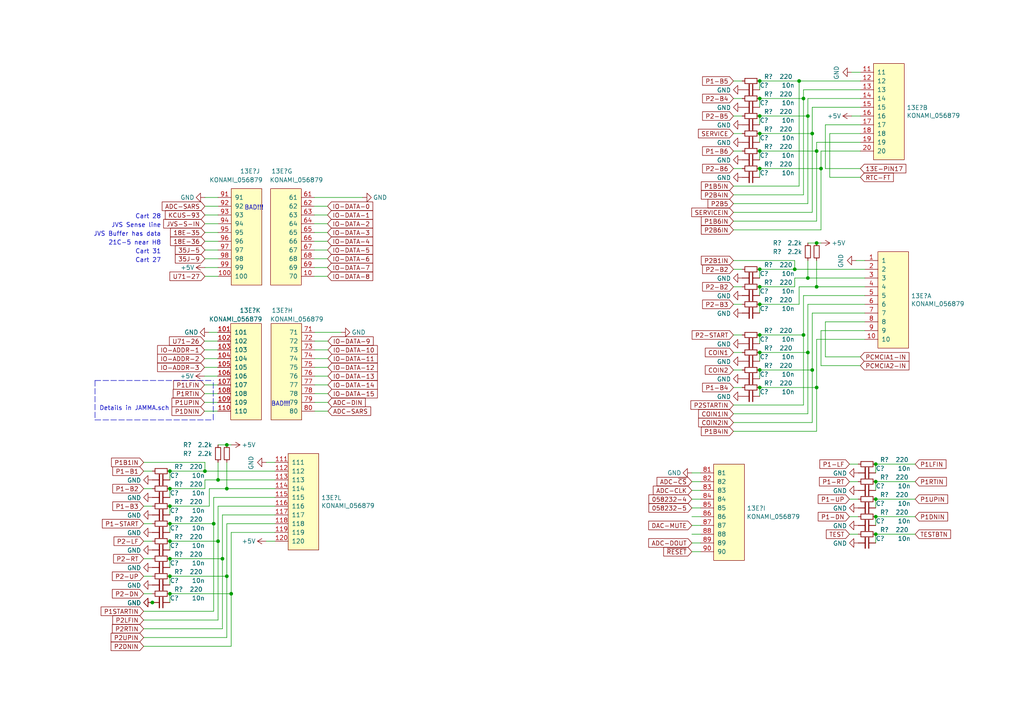
<source format=kicad_sch>
(kicad_sch (version 20211123) (generator eeschema)
  (paper "A4")
  (lib_symbols
    (symbol "Arcade:KONAMI_056879" (pin_names (offset 1.016))
      (property "Reference" "U" (at 0 0 0))
      (property "Value" "KONAMI_056879" (at 0 0 0))
      (symbol "KONAMI_056879_1_1"
        (pin input line (at -8.89 27.94 0) (length 3.81) (name "1") (number "1"))
        (pin input line (at -8.89 5.08 0) (length 3.81) (name "10") (number "10"))
        (pin input line (at -8.89 25.4 0) (length 3.81) (name "2") (number "2"))
        (pin input line (at -8.89 22.86 0) (length 3.81) (name "3") (number "3"))
        (pin input line (at -8.89 20.32 0) (length 3.81) (name "4") (number "4"))
        (pin input line (at -8.89 17.78 0) (length 3.81) (name "5") (number "5"))
        (pin input line (at -8.89 15.24 0) (length 3.81) (name "6") (number "6"))
        (pin input line (at -8.89 12.7 0) (length 3.81) (name "7") (number "7"))
        (pin input line (at -8.89 10.16 0) (length 3.81) (name "8") (number "8"))
        (pin input line (at -8.89 7.62 0) (length 3.81) (name "9") (number "9"))
      )
      (symbol "KONAMI_056879_2_1"
        (pin input line (at -8.89 27.94 0) (length 3.81) (name "11") (number "11"))
        (pin input line (at -8.89 25.4 0) (length 3.81) (name "12") (number "12"))
        (pin input line (at -8.89 22.86 0) (length 3.81) (name "13") (number "13"))
        (pin input line (at -8.89 20.32 0) (length 3.81) (name "14") (number "14"))
        (pin input line (at -8.89 17.78 0) (length 3.81) (name "15") (number "15"))
        (pin input line (at -8.89 15.24 0) (length 3.81) (name "16") (number "16"))
        (pin input line (at -8.89 12.7 0) (length 3.81) (name "17") (number "17"))
        (pin input line (at -8.89 10.16 0) (length 3.81) (name "18") (number "18"))
        (pin input line (at -8.89 7.62 0) (length 3.81) (name "19") (number "19"))
        (pin input line (at -8.89 5.08 0) (length 3.81) (name "20") (number "20"))
      )
      (symbol "KONAMI_056879_3_1"
        (pin input line (at -8.89 27.94 0) (length 3.81) (name "21") (number "21"))
        (pin input line (at -8.89 25.4 0) (length 3.81) (name "22") (number "22"))
        (pin input line (at -8.89 22.86 0) (length 3.81) (name "23") (number "23"))
        (pin input line (at -8.89 20.32 0) (length 3.81) (name "24") (number "24"))
        (pin input line (at -8.89 17.78 0) (length 3.81) (name "25") (number "25"))
        (pin input line (at -8.89 15.24 0) (length 3.81) (name "26") (number "26"))
        (pin input line (at -8.89 12.7 0) (length 3.81) (name "27") (number "27"))
        (pin input line (at -8.89 10.16 0) (length 3.81) (name "28") (number "28"))
        (pin input line (at -8.89 7.62 0) (length 3.81) (name "29") (number "29"))
        (pin input line (at -8.89 5.08 0) (length 3.81) (name "30") (number "30"))
      )
      (symbol "KONAMI_056879_4_1"
        (pin input line (at -8.89 27.94 0) (length 3.81) (name "31") (number "31"))
        (pin input line (at -8.89 25.4 0) (length 3.81) (name "32") (number "32"))
        (pin input line (at -8.89 22.86 0) (length 3.81) (name "33") (number "33"))
        (pin input line (at -8.89 20.32 0) (length 3.81) (name "34") (number "34"))
        (pin input line (at -8.89 17.78 0) (length 3.81) (name "35") (number "35"))
        (pin input line (at -8.89 15.24 0) (length 3.81) (name "36") (number "36"))
        (pin input line (at -8.89 12.7 0) (length 3.81) (name "37") (number "37"))
        (pin input line (at -8.89 10.16 0) (length 3.81) (name "38") (number "38"))
        (pin input line (at -8.89 7.62 0) (length 3.81) (name "39") (number "39"))
        (pin input line (at -8.89 5.08 0) (length 3.81) (name "40") (number "40"))
      )
      (symbol "KONAMI_056879_5_1"
        (pin input line (at -8.89 27.94 0) (length 3.81) (name "41") (number "41"))
        (pin input line (at -8.89 25.4 0) (length 3.81) (name "42") (number "42"))
        (pin input line (at -8.89 22.86 0) (length 3.81) (name "43") (number "43"))
        (pin input line (at -8.89 20.32 0) (length 3.81) (name "44") (number "44"))
        (pin input line (at -8.89 17.78 0) (length 3.81) (name "45") (number "45"))
        (pin input line (at -8.89 15.24 0) (length 3.81) (name "46") (number "46"))
        (pin input line (at -8.89 12.7 0) (length 3.81) (name "47") (number "47"))
        (pin input line (at -8.89 10.16 0) (length 3.81) (name "48") (number "48"))
        (pin input line (at -8.89 7.62 0) (length 3.81) (name "49") (number "49"))
        (pin input line (at -8.89 5.08 0) (length 3.81) (name "50") (number "50"))
      )
      (symbol "KONAMI_056879_6_1"
        (pin input line (at -8.89 27.94 0) (length 3.81) (name "51") (number "51"))
        (pin input line (at -8.89 25.4 0) (length 3.81) (name "52") (number "52"))
        (pin input line (at -8.89 22.86 0) (length 3.81) (name "53") (number "53"))
        (pin input line (at -8.89 20.32 0) (length 3.81) (name "54") (number "54"))
        (pin input line (at -8.89 17.78 0) (length 3.81) (name "55") (number "55"))
        (pin input line (at -8.89 15.24 0) (length 3.81) (name "56") (number "56"))
        (pin input line (at -8.89 12.7 0) (length 3.81) (name "57") (number "57"))
        (pin input line (at -8.89 10.16 0) (length 3.81) (name "58") (number "58"))
        (pin input line (at -8.89 7.62 0) (length 3.81) (name "59") (number "59"))
        (pin input line (at -8.89 5.08 0) (length 3.81) (name "60") (number "60"))
      )
      (symbol "KONAMI_056879_7_1"
        (pin input line (at -8.89 5.08 0) (length 3.81) (name "70") (number "10"))
        (pin input line (at -8.89 27.94 0) (length 3.81) (name "61") (number "61"))
        (pin input line (at -8.89 25.4 0) (length 3.81) (name "62") (number "62"))
        (pin input line (at -8.89 22.86 0) (length 3.81) (name "63") (number "63"))
        (pin input line (at -8.89 20.32 0) (length 3.81) (name "64") (number "64"))
        (pin input line (at -8.89 17.78 0) (length 3.81) (name "65") (number "65"))
        (pin input line (at -8.89 15.24 0) (length 3.81) (name "66") (number "66"))
        (pin input line (at -8.89 12.7 0) (length 3.81) (name "67") (number "67"))
        (pin input line (at -8.89 10.16 0) (length 3.81) (name "68") (number "68"))
        (pin input line (at -8.89 7.62 0) (length 3.81) (name "69") (number "69"))
      )
      (symbol "KONAMI_056879_8_1"
        (pin input line (at -8.89 27.94 0) (length 3.81) (name "71") (number "71"))
        (pin input line (at -8.89 25.4 0) (length 3.81) (name "72") (number "72"))
        (pin input line (at -8.89 22.86 0) (length 3.81) (name "73") (number "73"))
        (pin input line (at -8.89 20.32 0) (length 3.81) (name "74") (number "74"))
        (pin input line (at -8.89 17.78 0) (length 3.81) (name "75") (number "75"))
        (pin input line (at -8.89 15.24 0) (length 3.81) (name "76") (number "76"))
        (pin input line (at -8.89 12.7 0) (length 3.81) (name "77") (number "77"))
        (pin input line (at -8.89 10.16 0) (length 3.81) (name "78") (number "78"))
        (pin input line (at -8.89 7.62 0) (length 3.81) (name "79") (number "79"))
        (pin input line (at -8.89 5.08 0) (length 3.81) (name "80") (number "80"))
      )
      (symbol "KONAMI_056879_9_1"
        (pin input line (at -8.89 27.94 0) (length 3.81) (name "81") (number "81"))
        (pin input line (at -8.89 25.4 0) (length 3.81) (name "82") (number "82"))
        (pin input line (at -8.89 22.86 0) (length 3.81) (name "83") (number "83"))
        (pin input line (at -8.89 20.32 0) (length 3.81) (name "84") (number "84"))
        (pin input line (at -8.89 17.78 0) (length 3.81) (name "85") (number "85"))
        (pin input line (at -8.89 15.24 0) (length 3.81) (name "86") (number "86"))
        (pin input line (at -8.89 12.7 0) (length 3.81) (name "87") (number "87"))
        (pin input line (at -8.89 10.16 0) (length 3.81) (name "88") (number "88"))
        (pin input line (at -8.89 7.62 0) (length 3.81) (name "89") (number "89"))
        (pin input line (at -8.89 5.08 0) (length 3.81) (name "90") (number "90"))
      )
      (symbol "KONAMI_056879_10_1"
        (pin input line (at -8.89 5.08 0) (length 3.81) (name "100") (number "100"))
        (pin input line (at -8.89 27.94 0) (length 3.81) (name "91") (number "91"))
        (pin input line (at -8.89 25.4 0) (length 3.81) (name "92") (number "92"))
        (pin input line (at -8.89 22.86 0) (length 3.81) (name "93") (number "93"))
        (pin input line (at -8.89 20.32 0) (length 3.81) (name "94") (number "94"))
        (pin input line (at -8.89 17.78 0) (length 3.81) (name "95") (number "95"))
        (pin input line (at -8.89 15.24 0) (length 3.81) (name "96") (number "96"))
        (pin input line (at -8.89 12.7 0) (length 3.81) (name "97") (number "97"))
        (pin input line (at -8.89 10.16 0) (length 3.81) (name "98") (number "98"))
        (pin input line (at -8.89 7.62 0) (length 3.81) (name "99") (number "99"))
      )
      (symbol "KONAMI_056879_11_1"
        (pin input line (at -8.89 27.94 0) (length 3.81) (name "101") (number "101"))
        (pin input line (at -8.89 25.4 0) (length 3.81) (name "102") (number "102"))
        (pin input line (at -8.89 22.86 0) (length 3.81) (name "103") (number "103"))
        (pin input line (at -8.89 20.32 0) (length 3.81) (name "104") (number "104"))
        (pin input line (at -8.89 17.78 0) (length 3.81) (name "105") (number "105"))
        (pin input line (at -8.89 15.24 0) (length 3.81) (name "106") (number "106"))
        (pin input line (at -8.89 12.7 0) (length 3.81) (name "107") (number "107"))
        (pin input line (at -8.89 10.16 0) (length 3.81) (name "108") (number "108"))
        (pin input line (at -8.89 7.62 0) (length 3.81) (name "109") (number "109"))
        (pin input line (at -8.89 5.08 0) (length 3.81) (name "110") (number "110"))
      )
      (symbol "KONAMI_056879_12_1"
        (pin input line (at -8.89 27.94 0) (length 3.81) (name "111") (number "111"))
        (pin input line (at -8.89 25.4 0) (length 3.81) (name "112") (number "112"))
        (pin input line (at -8.89 22.86 0) (length 3.81) (name "113") (number "113"))
        (pin input line (at -8.89 20.32 0) (length 3.81) (name "114") (number "114"))
        (pin input line (at -8.89 17.78 0) (length 3.81) (name "115") (number "115"))
        (pin input line (at -8.89 15.24 0) (length 3.81) (name "116") (number "116"))
        (pin input line (at -8.89 12.7 0) (length 3.81) (name "117") (number "117"))
        (pin input line (at -8.89 10.16 0) (length 3.81) (name "118") (number "118"))
        (pin input line (at -8.89 7.62 0) (length 3.81) (name "119") (number "119"))
        (pin input line (at -8.89 5.08 0) (length 3.81) (name "120") (number "120"))
      )
    )
    (symbol "Device:C_Small" (pin_numbers hide) (pin_names (offset 0.254) hide)
      (property "Reference" "C" (at 0.254 1.778 0))
      (property "Value" "C_Small" (at 0.254 -2.032 0))
      (symbol "C_Small_1_1"
        (pin passive line (at 0 2.54 270) (length 2.032) (name "~") (number "1"))
        (pin passive line (at 0 -2.54 90) (length 2.032) (name "~") (number "2"))
      )
    )
    (symbol "Device:R_Small" (pin_numbers hide) (pin_names (offset 0.254) hide)
      (property "Reference" "R" (at 0.762 0.508 0))
      (property "Value" "R_Small" (at 0.762 -1.016 0))
      (symbol "R_Small_1_1"
        (pin passive line (at 0 2.54 270) (length 0.762) (name "~") (number "1"))
        (pin passive line (at 0 -2.54 90) (length 0.762) (name "~") (number "2"))
      )
    )
    (symbol "power:+5V" (power) (pin_names (offset 0))
      (property "Value" "+5V" (at 0 3.556 0))
      (symbol "+5V_1_1"
        (pin power_in line (at 0 0 90) (length 0) hide (name "+5V") (number "1"))
      )
    )
    (symbol "power:GND" (power) (pin_names (offset 0))
      (property "Value" "GND" (at 0 -3.81 0))
      (symbol "GND_1_1"
        (pin power_in line (at 0 0 270) (length 0) hide (name "GND") (number "1"))
      )
    )
  )
  (junction (at 220.345 23.495))
  (junction (at 220.345 97.155))
  (junction (at 220.345 48.895))
  (junction (at 220.345 38.735))
  (junction (at 254 149.86))
  (junction (at 236.855 43.815))
  (junction (at 44.196 174.752))
  (junction (at 49.276 156.972))
  (junction (at 235.585 107.315))
  (junction (at 236.855 112.395))
  (junction (at 63.246 156.972))
  (junction (at 49.276 151.892))
  (junction (at 233.045 28.575))
  (junction (at 238.125 48.895))
  (junction (at 234.315 80.645))
  (junction (at 220.345 83.185))
  (junction (at 231.775 23.495))
  (junction (at 65.786 141.732))
  (junction (at 220.345 88.265))
  (junction (at 67.056 172.212))
  (junction (at 49.276 167.132))
  (junction (at 59.436 136.652))
  (junction (at 64.516 162.052))
  (junction (at 235.585 38.735))
  (junction (at 254 154.94))
  (junction (at 61.976 151.892))
  (junction (at 49.276 172.212))
  (junction (at 220.345 78.105))
  (junction (at 220.345 28.575))
  (junction (at 49.276 146.812))
  (junction (at 254 134.62))
  (junction (at 220.345 112.395))
  (junction (at 236.855 83.185))
  (junction (at 220.345 43.815))
  (junction (at 63.246 139.192))
  (junction (at 49.276 141.732))
  (junction (at 233.045 97.155))
  (junction (at 65.786 129.032))
  (junction (at 230.505 78.105))
  (junction (at 49.276 162.052))
  (junction (at 254 144.78))
  (junction (at 236.855 70.485))
  (junction (at 254 139.7))
  (junction (at 234.315 102.235))
  (junction (at 220.345 33.655))
  (junction (at 234.315 33.655))
  (junction (at 49.276 136.652))
  (junction (at 220.345 107.315))
  (junction (at 65.786 167.132))
  (junction (at 220.345 102.235))
  (wire (pts (xy 59.309 114.173) (xy 63.119 114.173)))
  (wire (pts (xy 200.66 160.02) (xy 203.2 160.02)))
  (wire (pts (xy 203.2 157.48) (xy 200.66 157.48)))
  (wire (pts (xy 234.315 80.645) (xy 234.315 75.565)))
  (wire (pts (xy 233.045 97.155) (xy 233.045 117.475)))
  (wire (pts (xy 233.045 56.515) (xy 233.045 28.575)))
  (wire (pts (xy 236.855 75.565) (xy 236.855 83.185)))
  (wire (pts (xy 59.309 106.553) (xy 63.119 106.553)))
  (wire (pts (xy 91.186 59.817) (xy 94.996 59.817)))
  (wire (pts (xy 249.555 38.735) (xy 240.665 38.735)))
  (wire (pts (xy 239.395 36.195) (xy 239.395 48.895)))
  (wire (pts (xy 220.345 97.155) (xy 220.345 99.695)))
  (wire (pts (xy 234.315 80.645) (xy 230.505 80.645)))
  (wire (pts (xy 65.786 129.032) (xy 63.246 129.032)))
  (wire (pts (xy 220.345 102.235) (xy 234.315 102.235)))
  (wire (pts (xy 254 154.94) (xy 265.43 154.94)))
  (wire (pts (xy 254 149.86) (xy 254 152.4)))
  (wire (pts (xy 220.345 23.495) (xy 231.775 23.495)))
  (wire (pts (xy 59.309 116.713) (xy 63.119 116.713)))
  (wire (pts (xy 67.056 172.212) (xy 67.056 187.452)))
  (wire (pts (xy 203.2 142.24) (xy 200.66 142.24)))
  (wire (pts (xy 239.395 103.505) (xy 249.555 103.505)))
  (wire (pts (xy 212.725 75.565) (xy 230.505 75.565)))
  (wire (pts (xy 249.555 31.115) (xy 235.585 31.115)))
  (wire (pts (xy 200.66 154.94) (xy 203.2 154.94)))
  (wire (pts (xy 235.585 31.115) (xy 235.585 38.735)))
  (wire (pts (xy 59.436 139.192) (xy 59.436 141.732)))
  (wire (pts (xy 49.276 167.132) (xy 49.276 169.672)))
  (wire (pts (xy 49.276 172.212) (xy 67.056 172.212)))
  (wire (pts (xy 91.186 80.137) (xy 94.996 80.137)))
  (wire (pts (xy 220.345 48.895) (xy 220.345 51.435)))
  (wire (pts (xy 220.345 107.315) (xy 220.345 109.855)))
  (wire (pts (xy 59.436 136.652) (xy 79.756 136.652)))
  (wire (pts (xy 236.855 83.185) (xy 231.775 83.185)))
  (wire (pts (xy 220.345 48.895) (xy 238.125 48.895)))
  (wire (pts (xy 65.786 134.112) (xy 65.786 141.732)))
  (wire (pts (xy 65.786 151.892) (xy 65.786 167.132)))
  (wire (pts (xy 59.309 111.633) (xy 63.119 111.633)))
  (wire (pts (xy 248.92 154.94) (xy 246.38 154.94)))
  (wire (pts (xy 91.313 119.253) (xy 95.123 119.253)))
  (wire (pts (xy 49.276 162.052) (xy 49.276 164.592)))
  (wire (pts (xy 59.436 62.357) (xy 63.246 62.357)))
  (wire (pts (xy 249.555 36.195) (xy 239.395 36.195)))
  (wire (pts (xy 91.313 98.933) (xy 95.123 98.933)))
  (wire (pts (xy 59.436 75.057) (xy 63.246 75.057)))
  (wire (pts (xy 220.345 26.035) (xy 220.345 23.495)))
  (wire (pts (xy 231.775 53.975) (xy 231.775 23.495)))
  (wire (pts (xy 64.516 149.352) (xy 79.756 149.352)))
  (wire (pts (xy 41.656 182.372) (xy 64.516 182.372)))
  (wire (pts (xy 249.555 41.275) (xy 236.855 41.275)))
  (wire (pts (xy 63.246 146.812) (xy 79.756 146.812)))
  (wire (pts (xy 254 139.7) (xy 254 142.24)))
  (wire (pts (xy 41.656 187.452) (xy 67.056 187.452)))
  (wire (pts (xy 44.196 141.732) (xy 41.656 141.732)))
  (wire (pts (xy 234.315 59.055) (xy 234.315 33.655)))
  (wire (pts (xy 233.045 28.575) (xy 233.045 26.035)))
  (wire (pts (xy 235.585 61.595) (xy 235.585 38.735)))
  (wire (pts (xy 59.309 101.473) (xy 63.119 101.473)))
  (wire (pts (xy 59.436 134.112) (xy 59.436 136.652)))
  (wire (pts (xy 239.395 93.345) (xy 250.825 93.345)))
  (wire (pts (xy 77.216 156.972) (xy 79.756 156.972)))
  (wire (pts (xy 59.309 119.253) (xy 63.119 119.253)))
  (wire (pts (xy 63.246 139.192) (xy 59.436 139.192)))
  (wire (pts (xy 200.66 149.86) (xy 203.2 149.86)))
  (wire (pts (xy 49.276 167.132) (xy 65.786 167.132)))
  (wire (pts (xy 91.186 57.277) (xy 105.156 57.277)))
  (wire (pts (xy 250.825 98.425) (xy 236.855 98.425)))
  (wire (pts (xy 91.313 109.093) (xy 95.123 109.093)))
  (wire (pts (xy 44.196 151.892) (xy 41.656 151.892)))
  (wire (pts (xy 220.345 43.815) (xy 236.855 43.815)))
  (wire (pts (xy 215.265 43.815) (xy 212.725 43.815)))
  (polyline (pts (xy 27.559 121.793) (xy 61.849 121.793)))
  (wire (pts (xy 212.725 53.975) (xy 231.775 53.975)))
  (wire (pts (xy 220.345 28.575) (xy 220.345 31.115)))
  (wire (pts (xy 64.516 149.352) (xy 64.516 162.052)))
  (wire (pts (xy 212.725 120.015) (xy 234.315 120.015)))
  (wire (pts (xy 44.196 156.972) (xy 41.656 156.972)))
  (wire (pts (xy 236.855 112.395) (xy 236.855 98.425)))
  (wire (pts (xy 91.313 116.713) (xy 95.123 116.713)))
  (wire (pts (xy 44.196 136.652) (xy 41.656 136.652)))
  (wire (pts (xy 233.045 117.475) (xy 212.725 117.475)))
  (wire (pts (xy 91.313 96.393) (xy 98.933 96.393)))
  (wire (pts (xy 59.436 59.817) (xy 63.246 59.817)))
  (wire (pts (xy 215.265 48.895) (xy 212.725 48.895)))
  (polyline (pts (xy 61.849 121.793) (xy 61.849 110.363)))
  (wire (pts (xy 91.186 67.437) (xy 94.996 67.437)))
  (wire (pts (xy 233.045 85.725) (xy 250.825 85.725)))
  (wire (pts (xy 215.265 33.655) (xy 212.725 33.655)))
  (wire (pts (xy 238.125 106.045) (xy 238.125 95.885)))
  (wire (pts (xy 212.725 64.135) (xy 236.855 64.135)))
  (wire (pts (xy 60.706 146.812) (xy 49.276 146.812)))
  (wire (pts (xy 59.436 69.977) (xy 63.246 69.977)))
  (wire (pts (xy 49.276 162.052) (xy 64.516 162.052)))
  (wire (pts (xy 212.725 125.095) (xy 236.855 125.095)))
  (wire (pts (xy 238.125 43.815) (xy 249.555 43.815)))
  (wire (pts (xy 59.436 141.732) (xy 49.276 141.732)))
  (wire (pts (xy 44.196 172.212) (xy 41.656 172.212)))
  (wire (pts (xy 230.505 83.185) (xy 220.345 83.185)))
  (wire (pts (xy 61.976 151.892) (xy 61.976 177.292)))
  (wire (pts (xy 91.313 101.473) (xy 95.123 101.473)))
  (wire (pts (xy 61.976 151.892) (xy 49.276 151.892)))
  (wire (pts (xy 65.786 141.732) (xy 79.756 141.732)))
  (wire (pts (xy 59.309 98.933) (xy 63.119 98.933)))
  (wire (pts (xy 41.656 179.832) (xy 63.246 179.832)))
  (wire (pts (xy 215.265 112.395) (xy 212.725 112.395)))
  (wire (pts (xy 215.265 78.105) (xy 212.725 78.105)))
  (wire (pts (xy 254 137.16) (xy 254 134.62)))
  (wire (pts (xy 212.725 59.055) (xy 234.315 59.055)))
  (wire (pts (xy 230.505 80.645) (xy 230.505 83.185)))
  (wire (pts (xy 215.265 28.575) (xy 212.725 28.575)))
  (wire (pts (xy 59.309 109.093) (xy 63.119 109.093)))
  (wire (pts (xy 67.056 129.032) (xy 65.786 129.032)))
  (wire (pts (xy 212.725 61.595) (xy 235.585 61.595)))
  (wire (pts (xy 254 157.48) (xy 254 154.94)))
  (wire (pts (xy 234.315 28.575) (xy 249.555 28.575)))
  (wire (pts (xy 215.265 107.315) (xy 212.725 107.315)))
  (wire (pts (xy 233.045 26.035) (xy 249.555 26.035)))
  (wire (pts (xy 91.186 64.897) (xy 94.996 64.897)))
  (wire (pts (xy 49.276 141.732) (xy 49.276 144.272)))
  (wire (pts (xy 254 144.78) (xy 254 147.32)))
  (wire (pts (xy 49.276 172.212) (xy 49.276 174.752)))
  (wire (pts (xy 239.395 93.345) (xy 239.395 103.505)))
  (wire (pts (xy 220.345 28.575) (xy 233.045 28.575)))
  (wire (pts (xy 220.345 83.185) (xy 220.345 85.725)))
  (wire (pts (xy 215.265 88.265) (xy 212.725 88.265)))
  (polyline (pts (xy 27.559 110.363) (xy 27.559 121.793)))
  (wire (pts (xy 220.345 38.735) (xy 220.345 41.275)))
  (wire (pts (xy 254 139.7) (xy 265.43 139.7)))
  (wire (pts (xy 49.276 136.652) (xy 59.436 136.652)))
  (wire (pts (xy 234.315 102.235) (xy 234.315 120.015)))
  (wire (pts (xy 200.66 139.7) (xy 203.2 139.7)))
  (wire (pts (xy 65.786 167.132) (xy 65.786 184.912)))
  (wire (pts (xy 236.855 41.275) (xy 236.855 43.815)))
  (wire (pts (xy 238.125 95.885) (xy 250.825 95.885)))
  (wire (pts (xy 220.345 33.655) (xy 234.315 33.655)))
  (wire (pts (xy 49.276 151.892) (xy 49.276 154.432)))
  (wire (pts (xy 65.786 151.892) (xy 79.756 151.892)))
  (wire (pts (xy 240.665 51.435) (xy 249.555 51.435)))
  (wire (pts (xy 61.976 144.272) (xy 61.976 151.892)))
  (wire (pts (xy 91.313 104.013) (xy 95.123 104.013)))
  (wire (pts (xy 220.345 107.315) (xy 235.585 107.315)))
  (wire (pts (xy 231.775 23.495) (xy 249.555 23.495)))
  (wire (pts (xy 238.125 48.895) (xy 238.125 43.815)))
  (wire (pts (xy 254 134.62) (xy 265.43 134.62)))
  (wire (pts (xy 91.313 106.553) (xy 95.123 106.553)))
  (wire (pts (xy 220.345 80.645) (xy 220.345 78.105)))
  (wire (pts (xy 59.309 104.013) (xy 63.119 104.013)))
  (wire (pts (xy 59.436 67.437) (xy 63.246 67.437)))
  (wire (pts (xy 220.345 112.395) (xy 220.345 114.935)))
  (wire (pts (xy 236.855 83.185) (xy 250.825 83.185)))
  (wire (pts (xy 248.92 149.86) (xy 246.38 149.86)))
  (wire (pts (xy 63.246 156.972) (xy 63.246 179.832)))
  (wire (pts (xy 220.345 38.735) (xy 235.585 38.735)))
  (wire (pts (xy 234.315 80.645) (xy 250.825 80.645)))
  (wire (pts (xy 65.786 141.732) (xy 60.706 141.732)))
  (wire (pts (xy 231.775 88.265) (xy 220.345 88.265)))
  (wire (pts (xy 200.66 144.78) (xy 203.2 144.78)))
  (wire (pts (xy 49.276 159.512) (xy 49.276 156.972)))
  (wire (pts (xy 220.345 33.655) (xy 220.345 36.195)))
  (wire (pts (xy 234.315 88.265) (xy 250.825 88.265)))
  (wire (pts (xy 91.186 75.057) (xy 94.996 75.057)))
  (wire (pts (xy 220.345 97.155) (xy 233.045 97.155)))
  (wire (pts (xy 239.395 48.895) (xy 249.555 48.895)))
  (wire (pts (xy 59.436 80.137) (xy 63.246 80.137)))
  (wire (pts (xy 238.125 106.045) (xy 249.555 106.045)))
  (wire (pts (xy 91.186 72.517) (xy 94.996 72.517)))
  (wire (pts (xy 230.505 75.565) (xy 230.505 78.105)))
  (wire (pts (xy 235.585 107.315) (xy 235.585 122.555)))
  (wire (pts (xy 91.186 62.357) (xy 94.996 62.357)))
  (wire (pts (xy 49.276 146.812) (xy 49.276 149.352)))
  (wire (pts (xy 59.436 64.897) (xy 63.246 64.897)))
  (wire (pts (xy 215.265 38.735) (xy 212.725 38.735)))
  (wire (pts (xy 220.345 46.355) (xy 220.345 43.815)))
  (wire (pts (xy 91.313 111.633) (xy 95.123 111.633)))
  (wire (pts (xy 63.246 139.192) (xy 63.246 134.112)))
  (wire (pts (xy 249.555 20.955) (xy 247.015 20.955)))
  (wire (pts (xy 236.855 64.135) (xy 236.855 43.815)))
  (wire (pts (xy 44.196 167.132) (xy 41.656 167.132)))
  (wire (pts (xy 265.43 149.86) (xy 254 149.86)))
  (wire (pts (xy 60.706 141.732) (xy 60.706 146.812)))
  (wire (pts (xy 77.216 134.112) (xy 79.756 134.112)))
  (wire (pts (xy 203.2 147.32) (xy 200.66 147.32)))
  (wire (pts (xy 238.125 66.675) (xy 238.125 48.895)))
  (wire (pts (xy 64.516 162.052) (xy 64.516 182.372)))
  (wire (pts (xy 235.585 90.805) (xy 250.825 90.805)))
  (wire (pts (xy 248.92 134.62) (xy 246.38 134.62)))
  (wire (pts (xy 247.015 33.655) (xy 249.555 33.655)))
  (wire (pts (xy 233.045 85.725) (xy 233.045 97.155)))
  (wire (pts (xy 220.345 78.105) (xy 230.505 78.105)))
  (wire (pts (xy 248.285 75.565) (xy 250.825 75.565)))
  (wire (pts (xy 63.246 139.192) (xy 79.756 139.192)))
  (polyline (pts (xy 27.559 110.363) (xy 61.849 110.363)))
  (wire (pts (xy 220.345 104.775) (xy 220.345 102.235)))
  (wire (pts (xy 265.43 144.78) (xy 254 144.78)))
  (wire (pts (xy 234.315 33.655) (xy 234.315 28.575)))
  (wire (pts (xy 61.976 177.292) (xy 41.656 177.292)))
  (wire (pts (xy 91.313 114.173) (xy 95.123 114.173)))
  (wire (pts (xy 215.265 23.495) (xy 212.725 23.495)))
  (wire (pts (xy 215.265 97.155) (xy 212.725 97.155)))
  (wire (pts (xy 63.246 156.972) (xy 49.276 156.972)))
  (wire (pts (xy 63.246 57.277) (xy 59.436 57.277)))
  (wire (pts (xy 41.656 184.912) (xy 65.786 184.912)))
  (wire (pts (xy 61.976 144.272) (xy 79.756 144.272)))
  (wire (pts (xy 234.315 88.265) (xy 234.315 102.235)))
  (wire (pts (xy 231.775 83.185) (xy 231.775 88.265)))
  (wire (pts (xy 236.855 125.095) (xy 236.855 112.395)))
  (wire (pts (xy 220.345 112.395) (xy 236.855 112.395)))
  (wire (pts (xy 63.246 146.812) (xy 63.246 156.972)))
  (wire (pts (xy 67.056 154.432) (xy 79.756 154.432)))
  (wire (pts (xy 67.056 154.432) (xy 67.056 172.212)))
  (wire (pts (xy 91.186 77.597) (xy 94.996 77.597)))
  (wire (pts (xy 230.505 78.105) (xy 250.825 78.105)))
  (wire (pts (xy 236.855 70.485) (xy 234.315 70.485)))
  (wire (pts (xy 212.725 56.515) (xy 233.045 56.515)))
  (wire (pts (xy 235.585 90.805) (xy 235.585 107.315)))
  (wire (pts (xy 59.436 72.517) (xy 63.246 72.517)))
  (wire (pts (xy 212.725 66.675) (xy 238.125 66.675)))
  (wire (pts (xy 44.196 146.812) (xy 41.656 146.812)))
  (wire (pts (xy 220.345 88.265) (xy 220.345 90.805)))
  (wire (pts (xy 44.196 162.052) (xy 41.656 162.052)))
  (wire (pts (xy 248.92 144.78) (xy 246.38 144.78)))
  (wire (pts (xy 49.276 139.192) (xy 49.276 136.652)))
  (wire (pts (xy 215.265 102.235) (xy 212.725 102.235)))
  (wire (pts (xy 63.246 77.597) (xy 59.436 77.597)))
  (wire (pts (xy 203.2 137.16) (xy 200.66 137.16)))
  (wire (pts (xy 240.665 38.735) (xy 240.665 51.435)))
  (wire (pts (xy 91.186 69.977) (xy 94.996 69.977)))
  (wire (pts (xy 212.725 122.555) (xy 235.585 122.555)))
  (wire (pts (xy 60.579 96.393) (xy 63.119 96.393)))
  (wire (pts (xy 203.2 152.4) (xy 200.66 152.4)))
  (wire (pts (xy 248.92 139.7) (xy 246.38 139.7)))
  (wire (pts (xy 238.125 70.485) (xy 236.855 70.485)))
  (wire (pts (xy 215.265 83.185) (xy 212.725 83.185)))
  (wire (pts (xy 41.656 134.112) (xy 59.436 134.112)))
  (text "Cart 28" (at 46.736 63.627 180) (effects (font (size 1.27 1.27)) (justify right bottom)))
  (text "BAD!!!" (at 78.613 117.983 0) (effects (font (size 1.27 1.27)) (justify left bottom)))
  (text "JVS Buffer has data" (at 46.736 68.707 180) (effects (font (size 1.27 1.27)) (justify right bottom)))
  (text "BAD!!!" (at 70.866 61.087 0) (effects (font (size 1.27 1.27)) (justify left bottom)))
  (text "JVS Sense line" (at 46.736 66.167 180) (effects (font (size 1.27 1.27)) (justify right bottom)))
  (text "Cart 27" (at 46.736 76.327 180) (effects (font (size 1.27 1.27)) (justify right bottom)))
  (text "21C-5 near H8" (at 46.736 71.247 180) (effects (font (size 1.27 1.27)) (justify right bottom)))
  (text "Cart 31" (at 46.736 73.787 180) (effects (font (size 1.27 1.27)) (justify right bottom)))
  (text "Details in JAMMA.sch" (at 49.149 119.253 180) (effects (font (size 1.27 1.27)) (justify right bottom)))
  (global_label "IO-DATA-11" (shape input) (at 95.123 104.013 0) (property "Intersheet References" "${INTERSHEET_REFS}" (effects hide)))
  (global_label "P2RTIN" (shape input) (at 41.656 182.372 180) (property "Intersheet References" "${INTERSHEET_REFS}" (effects hide)))
  (global_label "P1-B1" (shape input) (at 41.656 136.652 180) (property "Intersheet References" "${INTERSHEET_REFS}" (effects hide)))
  (global_label "ADC-SARS" (shape input) (at 59.436 59.817 180) (property "Intersheet References" "${INTERSHEET_REFS}" (effects hide)))
  (global_label "IO-DATA-13" (shape input) (at 95.123 109.093 0) (property "Intersheet References" "${INTERSHEET_REFS}" (effects hide)))
  (global_label "P1DNIN" (shape input) (at 59.309 119.253 180) (property "Intersheet References" "${INTERSHEET_REFS}" (effects hide)))
  (global_label "COIN2IN" (shape input) (at 212.725 122.555 180) (property "Intersheet References" "${INTERSHEET_REFS}" (effects hide)))
  (global_label "IO-DATA-7" (shape input) (at 94.996 77.597 0) (property "Intersheet References" "${INTERSHEET_REFS}" (effects hide)))
  (global_label "P1DNIN" (shape input) (at 265.43 149.86 0) (property "Intersheet References" "${INTERSHEET_REFS}" (effects hide)))
  (global_label "P1UPIN" (shape input) (at 59.309 116.713 180) (property "Intersheet References" "${INTERSHEET_REFS}" (effects hide)))
  (global_label "ADC-~{CS}" (shape input) (at 200.66 139.7 180) (property "Intersheet References" "${INTERSHEET_REFS}" (effects hide)))
  (global_label "IO-DATA-5" (shape input) (at 94.996 72.517 0) (property "Intersheet References" "${INTERSHEET_REFS}" (effects hide)))
  (global_label "IO-DATA-15" (shape input) (at 95.123 114.173 0) (property "Intersheet References" "${INTERSHEET_REFS}" (effects hide)))
  (global_label "SERVICEIN" (shape input) (at 212.725 61.595 180) (property "Intersheet References" "${INTERSHEET_REFS}" (effects hide)))
  (global_label "IO-DATA-2" (shape input) (at 94.996 64.897 0) (property "Intersheet References" "${INTERSHEET_REFS}" (effects hide)))
  (global_label "P2-B5" (shape input) (at 212.725 33.655 180) (property "Intersheet References" "${INTERSHEET_REFS}" (effects hide)))
  (global_label "IO-ADDR-3" (shape input) (at 59.309 106.553 180) (property "Intersheet References" "${INTERSHEET_REFS}" (effects hide)))
  (global_label "35J-5" (shape input) (at 59.436 72.517 180) (property "Intersheet References" "${INTERSHEET_REFS}" (effects hide)))
  (global_label "P2B1IN" (shape input) (at 212.725 75.565 180) (property "Intersheet References" "${INTERSHEET_REFS}" (effects hide)))
  (global_label "P1-LF" (shape input) (at 246.38 134.62 180) (property "Intersheet References" "${INTERSHEET_REFS}" (effects hide)))
  (global_label "ADC-DIN" (shape input) (at 95.123 116.713 0) (property "Intersheet References" "${INTERSHEET_REFS}" (effects hide)))
  (global_label "18E-35" (shape input) (at 59.436 67.437 180) (property "Intersheet References" "${INTERSHEET_REFS}" (effects hide)))
  (global_label "P2B6IN" (shape input) (at 212.725 66.675 180) (property "Intersheet References" "${INTERSHEET_REFS}" (effects hide)))
  (global_label "COIN1IN" (shape input) (at 212.725 120.015 180) (property "Intersheet References" "${INTERSHEET_REFS}" (effects hide)))
  (global_label "COIN1" (shape input) (at 212.725 102.235 180) (property "Intersheet References" "${INTERSHEET_REFS}" (effects hide)))
  (global_label "P1-START" (shape input) (at 41.656 151.892 180) (property "Intersheet References" "${INTERSHEET_REFS}" (effects hide)))
  (global_label "SERVICE" (shape input) (at 212.725 38.735 180) (property "Intersheet References" "${INTERSHEET_REFS}" (effects hide)))
  (global_label "P1B4IN" (shape input) (at 212.725 125.095 180) (property "Intersheet References" "${INTERSHEET_REFS}" (effects hide)))
  (global_label "058232-5" (shape input) (at 200.66 147.32 180) (property "Intersheet References" "${INTERSHEET_REFS}" (effects hide)))
  (global_label "IO-DATA-6" (shape input) (at 94.996 75.057 0) (property "Intersheet References" "${INTERSHEET_REFS}" (effects hide)))
  (global_label "P1RTIN" (shape input) (at 59.309 114.173 180) (property "Intersheet References" "${INTERSHEET_REFS}" (effects hide)))
  (global_label "35J-9" (shape input) (at 59.436 75.057 180) (property "Intersheet References" "${INTERSHEET_REFS}" (effects hide)))
  (global_label "KCUS-93" (shape input) (at 59.436 62.357 180) (property "Intersheet References" "${INTERSHEET_REFS}" (effects hide)))
  (global_label "P1-B2" (shape input) (at 41.656 141.732 180) (property "Intersheet References" "${INTERSHEET_REFS}" (effects hide)))
  (global_label "ADC-SARS" (shape input) (at 95.123 119.253 0) (property "Intersheet References" "${INTERSHEET_REFS}" (effects hide)))
  (global_label "P2UPIN" (shape input) (at 41.656 184.912 180) (property "Intersheet References" "${INTERSHEET_REFS}" (effects hide)))
  (global_label "PCMCIA2-IN" (shape input) (at 249.555 106.045 0) (property "Intersheet References" "${INTERSHEET_REFS}" (effects hide)))
  (global_label "~{RESET}" (shape input) (at 200.66 160.02 180) (property "Intersheet References" "${INTERSHEET_REFS}" (effects hide)))
  (global_label "IO-ADDR-2" (shape input) (at 59.309 104.013 180) (property "Intersheet References" "${INTERSHEET_REFS}" (effects hide)))
  (global_label "P2-UP" (shape input) (at 41.656 167.132 180) (property "Intersheet References" "${INTERSHEET_REFS}" (effects hide)))
  (global_label "P1-UP" (shape input) (at 246.38 144.78 180) (property "Intersheet References" "${INTERSHEET_REFS}" (effects hide)))
  (global_label "P1B6IN" (shape input) (at 212.725 64.135 180) (property "Intersheet References" "${INTERSHEET_REFS}" (effects hide)))
  (global_label "P1-B4" (shape input) (at 212.725 112.395 180) (property "Intersheet References" "${INTERSHEET_REFS}" (effects hide)))
  (global_label "COIN2" (shape input) (at 212.725 107.315 180) (property "Intersheet References" "${INTERSHEET_REFS}" (effects hide)))
  (global_label "P1UPIN" (shape input) (at 265.43 144.78 0) (property "Intersheet References" "${INTERSHEET_REFS}" (effects hide)))
  (global_label "IO-DATA-3" (shape input) (at 94.996 67.437 0) (property "Intersheet References" "${INTERSHEET_REFS}" (effects hide)))
  (global_label "058232-4" (shape input) (at 200.66 144.78 180) (property "Intersheet References" "${INTERSHEET_REFS}" (effects hide)))
  (global_label "P2-DN" (shape input) (at 41.656 172.212 180) (property "Intersheet References" "${INTERSHEET_REFS}" (effects hide)))
  (global_label "PCMCIA1-IN" (shape input) (at 249.555 103.505 0) (property "Intersheet References" "${INTERSHEET_REFS}" (effects hide)))
  (global_label "P2-B3" (shape input) (at 212.725 88.265 180) (property "Intersheet References" "${INTERSHEET_REFS}" (effects hide)))
  (global_label "IO-DATA-0" (shape input) (at 94.996 59.817 0) (property "Intersheet References" "${INTERSHEET_REFS}" (effects hide)))
  (global_label "P1-DN" (shape input) (at 246.38 149.86 180) (property "Intersheet References" "${INTERSHEET_REFS}" (effects hide)))
  (global_label "P2-START" (shape input) (at 212.725 97.155 180) (property "Intersheet References" "${INTERSHEET_REFS}" (effects hide)))
  (global_label "ADC-DOUT" (shape input) (at 200.66 157.48 180) (property "Intersheet References" "${INTERSHEET_REFS}" (effects hide)))
  (global_label "13E-PIN17" (shape input) (at 249.555 48.895 0) (property "Intersheet References" "${INTERSHEET_REFS}" (effects hide)))
  (global_label "IO-DATA-4" (shape input) (at 94.996 69.977 0) (property "Intersheet References" "${INTERSHEET_REFS}" (effects hide)))
  (global_label "P2-LF" (shape input) (at 41.656 156.972 180) (property "Intersheet References" "${INTERSHEET_REFS}" (effects hide)))
  (global_label "P2LFIN" (shape input) (at 41.656 179.832 180) (property "Intersheet References" "${INTERSHEET_REFS}" (effects hide)))
  (global_label "P1STARTIN" (shape input) (at 41.656 177.292 180) (property "Intersheet References" "${INTERSHEET_REFS}" (effects hide)))
  (global_label "TESTBTN" (shape input) (at 265.43 154.94 0) (property "Intersheet References" "${INTERSHEET_REFS}" (effects hide)))
  (global_label "IO-DATA-10" (shape input) (at 95.123 101.473 0) (property "Intersheet References" "${INTERSHEET_REFS}" (effects hide)))
  (global_label "IO-DATA-1" (shape input) (at 94.996 62.357 0) (property "Intersheet References" "${INTERSHEET_REFS}" (effects hide)))
  (global_label "IO-ADDR-1" (shape input) (at 59.309 101.473 180) (property "Intersheet References" "${INTERSHEET_REFS}" (effects hide)))
  (global_label "P1LFIN" (shape input) (at 265.43 134.62 0) (property "Intersheet References" "${INTERSHEET_REFS}" (effects hide)))
  (global_label "IO-DATA-12" (shape input) (at 95.123 106.553 0) (property "Intersheet References" "${INTERSHEET_REFS}" (effects hide)))
  (global_label "P2-B2" (shape input) (at 212.725 78.105 180) (property "Intersheet References" "${INTERSHEET_REFS}" (effects hide)))
  (global_label "P2DNIN" (shape input) (at 41.656 187.452 180) (property "Intersheet References" "${INTERSHEET_REFS}" (effects hide)))
  (global_label "U71-26" (shape input) (at 59.309 98.933 180) (property "Intersheet References" "${INTERSHEET_REFS}" (effects hide)))
  (global_label "TEST" (shape input) (at 246.38 154.94 180) (property "Intersheet References" "${INTERSHEET_REFS}" (effects hide)))
  (global_label "P2-B2" (shape input) (at 212.725 83.185 180) (property "Intersheet References" "${INTERSHEET_REFS}" (effects hide)))
  (global_label "P2B5" (shape input) (at 212.725 59.055 180) (property "Intersheet References" "${INTERSHEET_REFS}" (effects hide)))
  (global_label "IO-DATA-9" (shape input) (at 95.123 98.933 0) (property "Intersheet References" "${INTERSHEET_REFS}" (effects hide)))
  (global_label "RTC-FT" (shape input) (at 249.555 51.435 0) (property "Intersheet References" "${INTERSHEET_REFS}" (effects hide)))
  (global_label "18E-36" (shape input) (at 59.436 69.977 180) (property "Intersheet References" "${INTERSHEET_REFS}" (effects hide)))
  (global_label "P1LFIN" (shape input) (at 59.309 111.633 180) (property "Intersheet References" "${INTERSHEET_REFS}" (effects hide)))
  (global_label "P2B4IN" (shape input) (at 212.725 56.515 180) (property "Intersheet References" "${INTERSHEET_REFS}" (effects hide)))
  (global_label "P2STARTIN" (shape input) (at 212.725 117.475 180) (property "Intersheet References" "${INTERSHEET_REFS}" (effects hide)))
  (global_label "P1B1IN" (shape input) (at 41.656 134.112 180) (property "Intersheet References" "${INTERSHEET_REFS}" (effects hide)))
  (global_label "P1B5IN" (shape input) (at 212.725 53.975 180) (property "Intersheet References" "${INTERSHEET_REFS}" (effects hide)))
  (global_label "P2-RT" (shape input) (at 41.656 162.052 180) (property "Intersheet References" "${INTERSHEET_REFS}" (effects hide)))
  (global_label "U71-27" (shape input) (at 59.436 80.137 180) (property "Intersheet References" "${INTERSHEET_REFS}" (effects hide)))
  (global_label "DAC-MUTE" (shape input) (at 200.66 152.4 180) (property "Intersheet References" "${INTERSHEET_REFS}" (effects hide)))
  (global_label "P1-B6" (shape input) (at 212.725 43.815 180) (property "Intersheet References" "${INTERSHEET_REFS}" (effects hide)))
  (global_label "IO-DATA-14" (shape input) (at 95.123 111.633 0) (property "Intersheet References" "${INTERSHEET_REFS}" (effects hide)))
  (global_label "P1-B3" (shape input) (at 41.656 146.812 180) (property "Intersheet References" "${INTERSHEET_REFS}" (effects hide)))
  (global_label "P1RTIN" (shape input) (at 265.43 139.7 0) (property "Intersheet References" "${INTERSHEET_REFS}" (effects hide)))
  (global_label "ADC-CLK" (shape input) (at 200.66 142.24 180) (property "Intersheet References" "${INTERSHEET_REFS}" (effects hide)))
  (global_label "P2-B4" (shape input) (at 212.725 28.575 180) (property "Intersheet References" "${INTERSHEET_REFS}" (effects hide)))
  (global_label "P1-B5" (shape input) (at 212.725 23.495 180) (property "Intersheet References" "${INTERSHEET_REFS}" (effects hide)))
  (global_label "P2-B6" (shape input) (at 212.725 48.895 180) (property "Intersheet References" "${INTERSHEET_REFS}" (effects hide)))
  (global_label "P1-RT" (shape input) (at 246.38 139.7 180) (property "Intersheet References" "${INTERSHEET_REFS}" (effects hide)))
  (global_label "JVS-S-IN" (shape input) (at 59.436 64.897 180) (property "Intersheet References" "${INTERSHEET_REFS}" (effects hide)))
  (global_label "IO-DATA-8" (shape input) (at 94.996 80.137 0) (property "Intersheet References" "${INTERSHEET_REFS}" (effects hide)))
  (symbol (lib_id "Device:C_Small") (at 46.736 174.752 270) (unit 1)
    (property "Reference" "C?" (at 49.276 173.482 90) (effects (justify left)))
    (property "Value" "10n" (at 55.626 173.482 90) (effects (justify left)))
  )
  (symbol (lib_id "Device:C_Small") (at 46.736 149.352 270) (unit 1)
    (property "Reference" "C?" (at 49.276 148.082 90) (effects (justify left)))
    (property "Value" "10n" (at 55.626 148.082 90) (effects (justify left)))
  )
  (symbol (lib_id "power:GND") (at 44.196 169.672 270) (unit 1)
    (property "Reference" "#PWR?" (effects hide))
    (property "Value" "GND" (at 40.9448 169.799 90) (effects (justify right)))
  )
  (symbol (lib_id "Device:C_Small") (at 217.805 26.035 270) (unit 1)
    (property "Reference" "C?" (at 220.345 24.765 90) (effects (justify left)))
    (property "Value" "10n" (at 226.695 24.765 90) (effects (justify left)))
  )
  (symbol (lib_id "Device:R_Small") (at 217.805 97.155 90) (unit 1)
    (property "Reference" "R?" (at 222.885 95.885 90))
    (property "Value" "220" (at 227.965 95.885 90))
  )
  (symbol (lib_id "power:GND") (at 215.265 26.035 270) (unit 1)
    (property "Reference" "#PWR?" (effects hide))
    (property "Value" "GND" (at 212.0138 26.162 90) (effects (justify right)))
  )
  (symbol (lib_id "Device:C_Small") (at 217.805 80.645 270) (unit 1)
    (property "Reference" "C?" (at 220.345 79.375 90) (effects (justify left)))
    (property "Value" "10n" (at 226.695 79.375 90) (effects (justify left)))
  )
  (symbol (lib_id "Device:R_Small") (at 46.736 136.652 90) (unit 1)
    (property "Reference" "R?" (at 51.816 135.382 90))
    (property "Value" "220" (at 56.896 135.382 90))
  )
  (symbol (lib_id "power:+5V") (at 238.125 70.485 270) (unit 1)
    (property "Reference" "#PWR?" (effects hide))
    (property "Value" "+5V" (at 243.205 70.485 90))
  )
  (symbol (lib_id "Arcade:KONAMI_056879") (at 82.423 124.333 0) (mirror y) (unit 8)
    (property "Reference" "13E?" (at 84.963 90.043 0) (effects (justify left)))
    (property "Value" "KONAMI_056879" (at 93.853 92.583 0) (effects (justify left)))
    (property "Footprint" "Package_QFP:TQFP-120_14x14mm_P0.4mm" (effects hide))
  )
  (symbol (lib_id "power:+5V") (at 67.056 129.032 270) (unit 1)
    (property "Reference" "#PWR?" (effects hide))
    (property "Value" "+5V" (at 72.136 129.032 90))
  )
  (symbol (lib_id "Device:R_Small") (at 251.46 139.7 90) (unit 1)
    (property "Reference" "R?" (at 256.54 138.43 90))
    (property "Value" "220" (at 261.62 138.43 90))
  )
  (symbol (lib_id "Arcade:KONAMI_056879") (at 82.296 85.217 0) (mirror y) (unit 7)
    (property "Reference" "13E?" (at 84.836 49.657 0) (effects (justify left)))
    (property "Value" "KONAMI_056879" (at 93.726 52.197 0) (effects (justify left)))
    (property "Footprint" "Package_QFP:TQFP-120_14x14mm_P0.4mm" (effects hide))
  )
  (symbol (lib_id "Device:R_Small") (at 217.805 43.815 90) (unit 1)
    (property "Reference" "R?" (at 222.885 42.545 90))
    (property "Value" "220" (at 227.965 42.545 90))
  )
  (symbol (lib_id "Device:R_Small") (at 234.315 73.025 0) (unit 1)
    (property "Reference" "R?" (at 225.425 70.485 0))
    (property "Value" "2.2k" (at 230.505 70.485 0))
  )
  (symbol (lib_id "Device:C_Small") (at 46.736 139.192 270) (unit 1)
    (property "Reference" "C?" (at 49.276 137.922 90) (effects (justify left)))
    (property "Value" "10n" (at 55.626 137.922 90) (effects (justify left)))
  )
  (symbol (lib_id "Device:C_Small") (at 251.46 137.16 270) (unit 1)
    (property "Reference" "C?" (at 254 135.89 90) (effects (justify left)))
    (property "Value" "10n" (at 260.35 135.89 90) (effects (justify left)))
  )
  (symbol (lib_id "power:GND") (at 44.196 164.592 270) (unit 1)
    (property "Reference" "#PWR?" (effects hide))
    (property "Value" "GND" (at 40.9448 164.719 90) (effects (justify right)))
  )
  (symbol (lib_id "Device:C_Small") (at 46.736 159.512 270) (unit 1)
    (property "Reference" "C?" (at 49.276 158.242 90) (effects (justify left)))
    (property "Value" "10n" (at 55.626 158.242 90) (effects (justify left)))
  )
  (symbol (lib_id "Device:R_Small") (at 65.786 131.572 0) (unit 1)
    (property "Reference" "R?" (at 54.356 131.572 0))
    (property "Value" "2.2k" (at 59.436 131.572 0))
  )
  (symbol (lib_id "power:GND") (at 59.436 57.277 270) (unit 1)
    (property "Reference" "#PWR?" (effects hide))
    (property "Value" "GND" (at 54.356 57.277 90))
  )
  (symbol (lib_id "power:GND") (at 44.196 159.512 270) (unit 1)
    (property "Reference" "#PWR?" (effects hide))
    (property "Value" "GND" (at 40.9448 159.639 90) (effects (justify right)))
  )
  (symbol (lib_id "power:GND") (at 215.265 51.435 270) (unit 1)
    (property "Reference" "#PWR?" (effects hide))
    (property "Value" "GND" (at 212.0138 51.562 90) (effects (justify right)))
  )
  (symbol (lib_id "Device:R_Small") (at 217.805 28.575 90) (unit 1)
    (property "Reference" "R?" (at 222.885 27.305 90))
    (property "Value" "220" (at 227.965 27.305 90))
  )
  (symbol (lib_id "Arcade:KONAMI_056879") (at 259.715 103.505 0) (unit 1)
    (property "Reference" "13E?" (at 264.2362 85.8266 0) (effects (justify left)))
    (property "Value" "KONAMI_056879" (at 264.2362 88.138 0) (effects (justify left)))
    (property "Footprint" "Package_QFP:TQFP-120_14x14mm_P0.4mm" (effects hide))
  )
  (symbol (lib_id "Device:C_Small") (at 217.805 90.805 270) (unit 1)
    (property "Reference" "C?" (at 220.345 89.535 90) (effects (justify left)))
    (property "Value" "10n" (at 226.695 89.535 90) (effects (justify left)))
  )
  (symbol (lib_id "Device:C_Small") (at 217.805 46.355 270) (unit 1)
    (property "Reference" "C?" (at 220.345 45.085 90) (effects (justify left)))
    (property "Value" "10n" (at 226.695 45.085 90) (effects (justify left)))
  )
  (symbol (lib_id "Device:C_Small") (at 217.805 109.855 270) (unit 1)
    (property "Reference" "C?" (at 220.345 108.585 90) (effects (justify left)))
    (property "Value" "10n" (at 226.695 108.585 90) (effects (justify left)))
  )
  (symbol (lib_id "power:GND") (at 215.265 90.805 270) (unit 1)
    (property "Reference" "#PWR?" (effects hide))
    (property "Value" "GND" (at 212.0138 90.932 90) (effects (justify right)))
  )
  (symbol (lib_id "power:GND") (at 215.265 31.115 270) (unit 1)
    (property "Reference" "#PWR?" (effects hide))
    (property "Value" "GND" (at 212.0138 31.242 90) (effects (justify right)))
  )
  (symbol (lib_id "power:GND") (at 247.015 20.955 270) (unit 1)
    (property "Reference" "#PWR?" (effects hide))
    (property "Value" "GND" (at 242.6208 21.082 0))
  )
  (symbol (lib_id "power:GND") (at 215.265 41.275 270) (unit 1)
    (property "Reference" "#PWR?" (effects hide))
    (property "Value" "GND" (at 212.0138 41.402 90) (effects (justify right)))
  )
  (symbol (lib_id "power:GND") (at 215.265 46.355 270) (unit 1)
    (property "Reference" "#PWR?" (effects hide))
    (property "Value" "GND" (at 212.0138 46.482 90) (effects (justify right)))
  )
  (symbol (lib_id "power:GND") (at 60.579 96.393 270) (mirror x) (unit 1)
    (property "Reference" "#PWR?" (effects hide))
    (property "Value" "GND" (at 55.499 96.393 90))
  )
  (symbol (lib_id "Device:R_Small") (at 251.46 144.78 90) (unit 1)
    (property "Reference" "R?" (at 256.54 143.51 90))
    (property "Value" "220" (at 261.62 143.51 90))
  )
  (symbol (lib_id "Device:C_Small") (at 251.46 142.24 270) (unit 1)
    (property "Reference" "C?" (at 254 140.97 90) (effects (justify left)))
    (property "Value" "10n" (at 260.35 140.97 90) (effects (justify left)))
  )
  (symbol (lib_id "power:GND") (at 98.933 96.393 90) (unit 1)
    (property "Reference" "#PWR?" (effects hide))
    (property "Value" "GND" (at 104.013 96.393 90))
  )
  (symbol (lib_id "Device:R_Small") (at 46.736 151.892 90) (unit 1)
    (property "Reference" "R?" (at 51.816 150.622 90))
    (property "Value" "220" (at 56.896 150.622 90))
  )
  (symbol (lib_id "power:GND") (at 215.265 99.695 270) (unit 1)
    (property "Reference" "#PWR?" (effects hide))
    (property "Value" "GND" (at 212.0138 99.822 90) (effects (justify right)))
  )
  (symbol (lib_id "Device:R_Small") (at 46.736 146.812 90) (unit 1)
    (property "Reference" "R?" (at 51.816 145.542 90))
    (property "Value" "220" (at 56.896 145.542 90))
  )
  (symbol (lib_id "power:GND") (at 215.265 85.725 270) (unit 1)
    (property "Reference" "#PWR?" (effects hide))
    (property "Value" "GND" (at 212.0138 85.852 90) (effects (justify right)))
  )
  (symbol (lib_id "Device:C_Small") (at 217.805 85.725 270) (unit 1)
    (property "Reference" "C?" (at 220.345 84.455 90) (effects (justify left)))
    (property "Value" "10n" (at 226.695 84.455 90) (effects (justify left)))
  )
  (symbol (lib_id "power:GND") (at 215.265 104.775 270) (unit 1)
    (property "Reference" "#PWR?" (effects hide))
    (property "Value" "GND" (at 212.0138 104.902 90) (effects (justify right)))
  )
  (symbol (lib_id "Device:R_Small") (at 46.736 156.972 90) (unit 1)
    (property "Reference" "R?" (at 51.816 155.702 90))
    (property "Value" "220" (at 56.896 155.702 90))
  )
  (symbol (lib_id "power:+5V") (at 59.436 77.597 90) (mirror x) (unit 1)
    (property "Reference" "#PWR?" (effects hide))
    (property "Value" "+5V" (at 54.356 77.597 90))
  )
  (symbol (lib_id "Device:C_Small") (at 251.46 152.4 270) (unit 1)
    (property "Reference" "C?" (at 254 151.13 90) (effects (justify left)))
    (property "Value" "10n" (at 260.35 151.13 90) (effects (justify left)))
  )
  (symbol (lib_id "Device:C_Small") (at 217.805 104.775 270) (unit 1)
    (property "Reference" "C?" (at 220.345 103.505 90) (effects (justify left)))
    (property "Value" "10n" (at 226.695 103.505 90) (effects (justify left)))
  )
  (symbol (lib_id "Device:R_Small") (at 217.805 83.185 90) (unit 1)
    (property "Reference" "R?" (at 222.885 81.915 90))
    (property "Value" "220" (at 227.965 81.915 90))
  )
  (symbol (lib_id "power:GND") (at 248.92 137.16 270) (unit 1)
    (property "Reference" "#PWR?" (effects hide))
    (property "Value" "GND" (at 245.6688 137.287 90) (effects (justify right)))
  )
  (symbol (lib_id "Device:C_Small") (at 217.805 41.275 270) (unit 1)
    (property "Reference" "C?" (at 220.345 40.005 90) (effects (justify left)))
    (property "Value" "10n" (at 226.695 40.005 90) (effects (justify left)))
  )
  (symbol (lib_id "Device:R_Small") (at 217.805 38.735 90) (unit 1)
    (property "Reference" "R?" (at 222.885 37.465 90))
    (property "Value" "220" (at 227.965 37.465 90))
  )
  (symbol (lib_id "power:GND") (at 215.265 36.195 270) (unit 1)
    (property "Reference" "#PWR?" (effects hide))
    (property "Value" "GND" (at 212.0138 36.322 90) (effects (justify right)))
  )
  (symbol (lib_id "Device:R_Small") (at 217.805 107.315 90) (unit 1)
    (property "Reference" "R?" (at 222.885 106.045 90))
    (property "Value" "220" (at 227.965 106.045 90))
  )
  (symbol (lib_id "power:+5V") (at 59.309 109.093 90) (mirror x) (unit 1)
    (property "Reference" "#PWR?" (effects hide))
    (property "Value" "+5V" (at 54.229 109.093 90))
  )
  (symbol (lib_id "power:GND") (at 44.196 174.752 270) (unit 1)
    (property "Reference" "#PWR?" (effects hide))
    (property "Value" "GND" (at 40.9448 174.879 90) (effects (justify right)))
  )
  (symbol (lib_id "Device:C_Small") (at 46.736 164.592 270) (unit 1)
    (property "Reference" "C?" (at 49.276 163.322 90) (effects (justify left)))
    (property "Value" "10n" (at 55.626 163.322 90) (effects (justify left)))
  )
  (symbol (lib_id "Arcade:KONAMI_056879") (at 88.646 162.052 0) (unit 12)
    (property "Reference" "13E?" (at 93.1672 144.3736 0) (effects (justify left)))
    (property "Value" "KONAMI_056879" (at 93.1672 146.685 0) (effects (justify left)))
    (property "Footprint" "Package_QFP:TQFP-120_14x14mm_P0.4mm" (effects hide))
  )
  (symbol (lib_id "Device:R_Small") (at 217.805 33.655 90) (unit 1)
    (property "Reference" "R?" (at 222.885 32.385 90))
    (property "Value" "220" (at 227.965 32.385 90))
  )
  (symbol (lib_id "Device:C_Small") (at 217.805 31.115 270) (unit 1)
    (property "Reference" "C?" (at 220.345 29.845 90) (effects (justify left)))
    (property "Value" "10n" (at 226.695 29.845 90) (effects (justify left)))
  )
  (symbol (lib_id "power:GND") (at 215.265 114.935 270) (unit 1)
    (property "Reference" "#PWR?" (effects hide))
    (property "Value" "GND" (at 212.0138 115.062 90) (effects (justify right)))
  )
  (symbol (lib_id "Device:R_Small") (at 217.805 78.105 90) (unit 1)
    (property "Reference" "R?" (at 222.885 76.835 90))
    (property "Value" "220" (at 227.965 76.835 90))
  )
  (symbol (lib_id "power:+5V") (at 247.015 33.655 90) (unit 1)
    (property "Reference" "#PWR?" (effects hide))
    (property "Value" "+5V" (at 241.935 33.655 90))
  )
  (symbol (lib_id "Device:C_Small") (at 251.46 157.48 270) (unit 1)
    (property "Reference" "C?" (at 254 156.21 90) (effects (justify left)))
    (property "Value" "10n" (at 260.35 156.21 90) (effects (justify left)))
  )
  (symbol (lib_id "power:GND") (at 248.92 157.48 270) (unit 1)
    (property "Reference" "#PWR?" (effects hide))
    (property "Value" "GND" (at 245.6688 157.607 90) (effects (justify right)))
  )
  (symbol (lib_id "power:GND") (at 248.285 75.565 270) (unit 1)
    (property "Reference" "#PWR?" (effects hide))
    (property "Value" "GND" (at 243.8908 75.692 0))
  )
  (symbol (lib_id "Arcade:KONAMI_056879") (at 258.445 48.895 0) (unit 2)
    (property "Reference" "13E?" (at 262.9662 31.2166 0) (effects (justify left)))
    (property "Value" "KONAMI_056879" (at 262.9662 33.528 0) (effects (justify left)))
    (property "Footprint" "Package_QFP:TQFP-120_14x14mm_P0.4mm" (effects hide))
  )
  (symbol (lib_id "power:GND") (at 215.265 109.855 270) (unit 1)
    (property "Reference" "#PWR?" (effects hide))
    (property "Value" "GND" (at 212.0138 109.982 90) (effects (justify right)))
  )
  (symbol (lib_id "power:GND") (at 44.196 139.192 270) (unit 1)
    (property "Reference" "#PWR?" (effects hide))
    (property "Value" "GND" (at 40.9448 139.319 90) (effects (justify right)))
  )
  (symbol (lib_id "Device:R_Small") (at 251.46 154.94 90) (unit 1)
    (property "Reference" "R?" (at 256.54 153.67 90))
    (property "Value" "220" (at 261.62 153.67 90))
  )
  (symbol (lib_id "Arcade:KONAMI_056879") (at 212.09 165.1 0) (unit 9)
    (property "Reference" "13E?" (at 216.6112 147.4216 0) (effects (justify left)))
    (property "Value" "KONAMI_056879" (at 216.535 149.86 0) (effects (justify left)))
    (property "Footprint" "Package_QFP:TQFP-120_14x14mm_P0.4mm" (effects hide))
  )
  (symbol (lib_id "Device:C_Small") (at 46.736 169.672 270) (unit 1)
    (property "Reference" "C?" (at 49.276 168.402 90) (effects (justify left)))
    (property "Value" "10n" (at 55.626 168.402 90) (effects (justify left)))
  )
  (symbol (lib_id "power:GND") (at 44.196 174.752 270) (unit 1)
    (property "Reference" "#PWR?" (effects hide))
    (property "Value" "GND" (at 40.9448 174.879 90) (effects (justify right)))
  )
  (symbol (lib_id "Device:R_Small") (at 46.736 167.132 90) (unit 1)
    (property "Reference" "R?" (at 51.816 165.862 90))
    (property "Value" "220" (at 56.896 165.862 90))
  )
  (symbol (lib_id "power:GND") (at 44.196 154.432 270) (unit 1)
    (property "Reference" "#PWR?" (effects hide))
    (property "Value" "GND" (at 40.9448 154.559 90) (effects (justify right)))
  )
  (symbol (lib_id "Device:R_Small") (at 217.805 23.495 90) (unit 1)
    (property "Reference" "R?" (at 222.885 22.225 90))
    (property "Value" "220" (at 227.965 22.225 90))
  )
  (symbol (lib_id "Device:R_Small") (at 46.736 162.052 90) (unit 1)
    (property "Reference" "R?" (at 51.816 160.782 90))
    (property "Value" "220" (at 56.896 160.782 90))
  )
  (symbol (lib_id "Arcade:KONAMI_056879") (at 72.009 124.333 0) (unit 11)
    (property "Reference" "13E?" (at 69.469 90.043 0) (effects (justify left)))
    (property "Value" "KONAMI_056879" (at 60.579 92.583 0) (effects (justify left)))
    (property "Footprint" "Package_QFP:TQFP-120_14x14mm_P0.4mm" (effects hide))
  )
  (symbol (lib_id "Device:C_Small") (at 46.736 144.272 270) (unit 1)
    (property "Reference" "C?" (at 49.276 143.002 90) (effects (justify left)))
    (property "Value" "10n" (at 55.626 143.002 90) (effects (justify left)))
  )
  (symbol (lib_id "power:GND") (at 105.156 57.277 90) (unit 1)
    (property "Reference" "#PWR?" (effects hide))
    (property "Value" "GND" (at 110.236 57.277 90))
  )
  (symbol (lib_id "power:GND") (at 248.92 142.24 270) (unit 1)
    (property "Reference" "#PWR?" (effects hide))
    (property "Value" "GND" (at 245.6688 142.367 90) (effects (justify right)))
  )
  (symbol (lib_id "power:GND") (at 248.92 147.32 270) (unit 1)
    (property "Reference" "#PWR?" (effects hide))
    (property "Value" "GND" (at 245.6688 147.447 90) (effects (justify right)))
  )
  (symbol (lib_id "Device:R_Small") (at 236.855 73.025 0) (unit 1)
    (property "Reference" "R?" (at 225.425 73.025 0))
    (property "Value" "2.2k" (at 230.505 73.025 0))
  )
  (symbol (lib_id "power:GND") (at 44.196 149.352 270) (unit 1)
    (property "Reference" "#PWR?" (effects hide))
    (property "Value" "GND" (at 40.9448 149.479 90) (effects (justify right)))
  )
  (symbol (lib_id "power:+5V") (at 77.216 156.972 90) (unit 1)
    (property "Reference" "#PWR?" (effects hide))
    (property "Value" "+5V" (at 72.136 156.972 90))
  )
  (symbol (lib_id "Device:R_Small") (at 46.736 141.732 90) (unit 1)
    (property "Reference" "R?" (at 51.816 140.462 90))
    (property "Value" "220" (at 56.896 140.462 90))
  )
  (symbol (lib_id "power:GND") (at 200.66 137.16 270) (unit 1)
    (property "Reference" "#PWR?" (effects hide))
    (property "Value" "GND" (at 195.58 137.16 90))
  )
  (symbol (lib_id "Device:R_Small") (at 217.805 102.235 90) (unit 1)
    (property "Reference" "R?" (at 222.885 100.965 90))
    (property "Value" "220" (at 227.965 100.965 90))
  )
  (symbol (lib_id "Device:C_Small") (at 217.805 114.935 270) (unit 1)
    (property "Reference" "C?" (at 220.345 113.665 90) (effects (justify left)))
    (property "Value" "10n" (at 226.695 113.665 90) (effects (justify left)))
  )
  (symbol (lib_id "Device:R_Small") (at 217.805 112.395 90) (unit 1)
    (property "Reference" "R?" (at 222.885 111.125 90))
    (property "Value" "220" (at 227.965 111.125 90))
  )
  (symbol (lib_id "Device:R_Small") (at 251.46 134.62 90) (unit 1)
    (property "Reference" "R?" (at 256.54 133.35 90))
    (property "Value" "220" (at 261.62 133.35 90))
  )
  (symbol (lib_id "Device:R_Small") (at 251.46 149.86 90) (unit 1)
    (property "Reference" "R?" (at 256.54 148.59 90))
    (property "Value" "220" (at 261.62 148.59 90))
  )
  (symbol (lib_id "power:GND") (at 248.92 152.4 270) (unit 1)
    (property "Reference" "#PWR?" (effects hide))
    (property "Value" "GND" (at 245.6688 152.527 90) (effects (justify right)))
  )
  (symbol (lib_id "power:GND") (at 77.216 134.112 270) (unit 1)
    (property "Reference" "#PWR?" (effects hide))
    (property "Value" "GND" (at 72.8218 134.239 0))
  )
  (symbol (lib_id "power:GND") (at 44.196 144.272 270) (unit 1)
    (property "Reference" "#PWR?" (effects hide))
    (property "Value" "GND" (at 40.9448 144.399 90) (effects (justify right)))
  )
  (symbol (lib_id "Device:R_Small") (at 46.736 172.212 90) (unit 1)
    (property "Reference" "R?" (at 51.816 170.942 90))
    (property "Value" "220" (at 56.896 170.942 90))
  )
  (symbol (lib_id "Device:R_Small") (at 217.805 88.265 90) (unit 1)
    (property "Reference" "R?" (at 222.885 86.995 90))
    (property "Value" "220" (at 227.965 86.995 90))
  )
  (symbol (lib_id "Device:C_Small") (at 217.805 36.195 270) (unit 1)
    (property "Reference" "C?" (at 220.345 34.925 90) (effects (justify left)))
    (property "Value" "10n" (at 226.695 34.925 90) (effects (justify left)))
  )
  (symbol (lib_id "Device:R_Small") (at 217.805 48.895 90) (unit 1)
    (property "Reference" "R?" (at 222.885 47.625 90))
    (property "Value" "220" (at 227.965 47.625 90))
  )
  (symbol (lib_id "power:GND") (at 215.265 80.645 270) (unit 1)
    (property "Reference" "#PWR?" (effects hide))
    (property "Value" "GND" (at 212.0138 80.772 90) (effects (justify right)))
  )
  (symbol (lib_id "Device:R_Small") (at 63.246 131.572 0) (unit 1)
    (property "Reference" "R?" (at 54.356 129.032 0))
    (property "Value" "2.2k" (at 59.436 129.032 0))
  )
  (symbol (lib_id "Device:C_Small") (at 217.805 51.435 270) (unit 1)
    (property "Reference" "C?" (at 220.345 50.165 90) (effects (justify left)))
    (property "Value" "10n" (at 226.695 50.165 90) (effects (justify left)))
  )
  (symbol (lib_id "Arcade:KONAMI_056879") (at 72.136 85.217 0) (unit 10)
    (property "Reference" "13E?" (at 69.596 49.657 0) (effects (justify left)))
    (property "Value" "KONAMI_056879" (at 60.706 52.197 0) (effects (justify left)))
    (property "Footprint" "Package_QFP:TQFP-120_14x14mm_P0.4mm" (effects hide))
  )
  (symbol (lib_id "Device:C_Small") (at 46.736 154.432 270) (unit 1)
    (property "Reference" "C?" (at 49.276 153.162 90) (effects (justify left)))
    (property "Value" "10n" (at 55.626 153.162 90) (effects (justify left)))
  )
  (symbol (lib_id "Device:C_Small") (at 217.805 99.695 270) (unit 1)
    (property "Reference" "C?" (at 220.345 98.425 90) (effects (justify left)))
    (property "Value" "10n" (at 226.695 98.425 90) (effects (justify left)))
  )
  (symbol (lib_id "Device:C_Small") (at 251.46 147.32 270) (unit 1)
    (property "Reference" "C?" (at 254 146.05 90) (effects (justify left)))
    (property "Value" "10n" (at 260.35 146.05 90) (effects (justify left)))
  )
)
</source>
